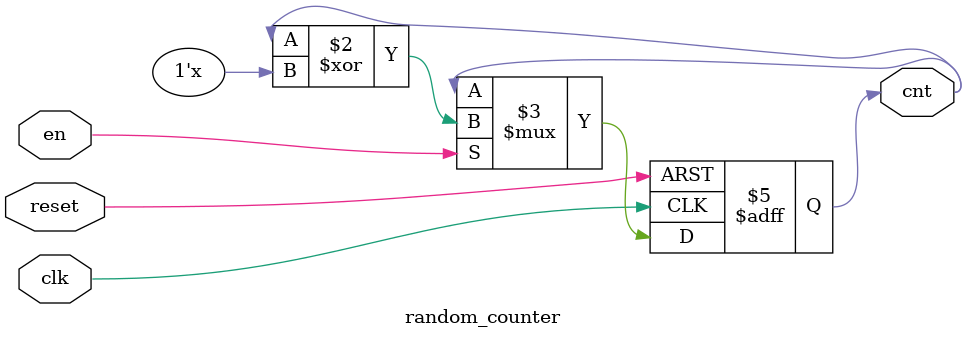
<source format=v>
`include "config.vh"

`ifdef USE_STRUCTURAL_IMPLEMENTATION

module counter #(
    parameter w = 4
) (
    input            clk,
    input            reset,
    input            en,
    output [w - 1:0] cnt
);

  wire [w - 1:0] q;
  wire [w - 1:0] d = cnt + 1;

  register #(w) i_reg (
      clk,
      reset,
      en,
      d,
      q
  );

  assign cnt = q;

endmodule

module random_counter #(
    parameter w = 4
) (
    input            clk,
    input            reset,
    input            en,
    output [w - 1:0] cnt
);

  wire [w - 1:0] q;
  wire [w - 1:0] d = {q[w-2:0], (q[w-2] ^ q[w-3])};

  register #(w) i_reg (
      clk,
      reset,
      en,
      d,
      q
  );

  assign cnt = q;

endmodule

`else

module counter #(
    parameter w = 1
) (
    input                clk,
    input                reset,
    input                en,
    output reg [w - 1:0] cnt
);

  always @(posedge clk or posedge reset)
    if (reset) cnt <= {w{1'b0}};
    else if (en) cnt <= cnt + 'b1;

endmodule

module random_counter #(
    parameter w = 1,
    parameter seed = 'b1000
) (
    input                clk,
    input                reset,
    input                en,
    output reg [w - 1:0] cnt
);

  always @(posedge clk or posedge reset)
    if (reset) cnt <= seed;
    else if (en) cnt <= {cnt[w-2:0], (cnt[w-1] ^ cnt[w-2])};

endmodule

`endif

</source>
